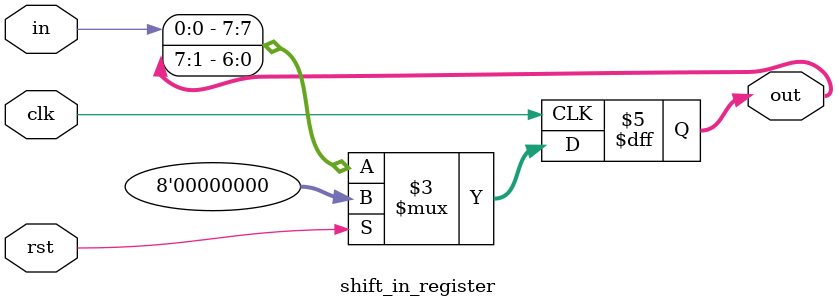
<source format=v>
`timescale 1ns / 1ps
module shift_in_register(
    input in,
    input rst,
    input clk,
    output reg[7:0] out
);
    always @(posedge clk) begin
        if(rst) begin   //if reset is asserted, output is 0
            out=0;
        end
        else begin
            out={in,out[7:1]};  // shift in the new bit on the msb side, drop the lsb
        end
    end
endmodule
</source>
